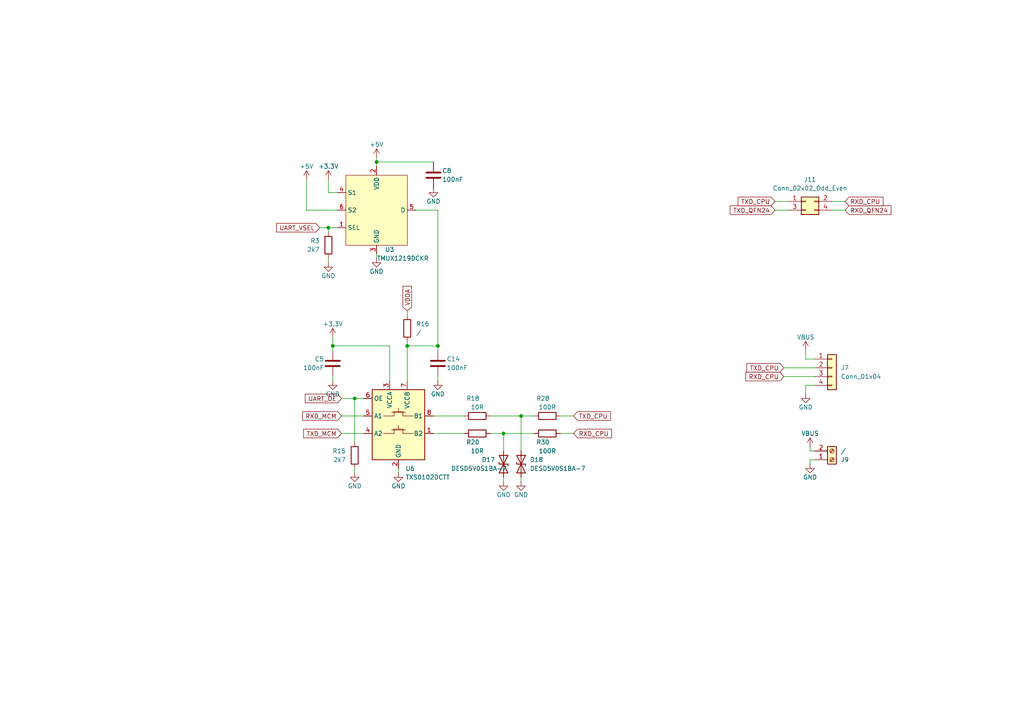
<source format=kicad_sch>
(kicad_sch (version 20250114) (generator "eeschema") (generator_version "9.0")
  (paper "A4")
  (lib_symbols
    (symbol "Connector:Screw_Terminal_01x02" (pin_names (offset 1.016) (hide yes))
      (property "Reference" "J" (at 0 2.54 0))
      (property "Value" "Screw_Terminal_01x02" (at 0 -5.08 0))
      (symbol "Screw_Terminal_01x02_1_1"
        (rectangle (start -1.27 1.27) (end 1.27 -3.81) (stroke (width 0.254)) (fill (type background)))
        (polyline (pts (xy -0.5334 0.3302) (xy 0.3302 -0.508)) (stroke (width 0.1524)))
        (polyline (pts (xy -0.5334 -2.2098) (xy 0.3302 -3.048)) (stroke (width 0.1524)))
        (polyline (pts (xy -0.3556 0.508) (xy 0.508 -0.3302)) (stroke (width 0.1524)))
        (polyline (pts (xy -0.3556 -2.032) (xy 0.508 -2.8702)) (stroke (width 0.1524)))
        (circle (center 0 0) (radius 0.635) (stroke (width 0.1524)))
        (circle (center 0 -2.54) (radius 0.635) (stroke (width 0.1524)))
        (pin passive line (at -5.08 0 0) (length 3.81) (name "Pin_1") (number "1"))
        (pin passive line (at -5.08 -2.54 0) (length 3.81) (name "Pin_2") (number "2"))
      )
    )
    (symbol "Connector_Generic:Conn_01x04" (pin_names (offset 1.016) (hide yes))
      (property "Reference" "J" (at 0 5.08 0))
      (property "Value" "Conn_01x04" (at 0 -7.62 0))
      (symbol "Conn_01x04_1_1"
        (rectangle (start -1.27 3.81) (end 1.27 -6.35) (stroke (width 0.254)) (fill (type background)))
        (rectangle (start -1.27 2.667) (end 0 2.413) (stroke (width 0.1524)))
        (rectangle (start -1.27 0.127) (end 0 -0.127) (stroke (width 0.1524)))
        (rectangle (start -1.27 -2.413) (end 0 -2.667) (stroke (width 0.1524)))
        (rectangle (start -1.27 -4.953) (end 0 -5.207) (stroke (width 0.1524)))
        (pin passive line (at -5.08 2.54 0) (length 3.81) (name "Pin_1") (number "1"))
        (pin passive line (at -5.08 0 0) (length 3.81) (name "Pin_2") (number "2"))
        (pin passive line (at -5.08 -2.54 0) (length 3.81) (name "Pin_3") (number "3"))
        (pin passive line (at -5.08 -5.08 0) (length 3.81) (name "Pin_4") (number "4"))
      )
    )
    (symbol "Connector_Generic:Conn_02x02_Odd_Even" (pin_names (offset 1.016) (hide yes))
      (property "Reference" "J" (at 1.27 2.54 0))
      (property "Value" "Conn_02x02_Odd_Even" (at 1.27 -5.08 0))
      (symbol "Conn_02x02_Odd_Even_1_1"
        (rectangle (start -1.27 1.27) (end 3.81 -3.81) (stroke (width 0.254)) (fill (type background)))
        (rectangle (start -1.27 0.127) (end 0 -0.127) (stroke (width 0.1524)))
        (rectangle (start -1.27 -2.413) (end 0 -2.667) (stroke (width 0.1524)))
        (rectangle (start 3.81 0.127) (end 2.54 -0.127) (stroke (width 0.1524)))
        (rectangle (start 3.81 -2.413) (end 2.54 -2.667) (stroke (width 0.1524)))
        (pin passive line (at -5.08 0 0) (length 3.81) (name "Pin_1") (number "1"))
        (pin passive line (at -5.08 -2.54 0) (length 3.81) (name "Pin_3") (number "3"))
        (pin passive line (at 7.62 0 180) (length 3.81) (name "Pin_2") (number "2"))
        (pin passive line (at 7.62 -2.54 180) (length 3.81) (name "Pin_4") (number "4"))
      )
    )
    (symbol "Device:C" (pin_numbers (hide yes)) (pin_names (offset 0.254))
      (property "Reference" "C" (at 0.635 2.54 0))
      (property "Value" "C" (at 0.635 -2.54 0))
      (symbol "C_0_1"
        (polyline (pts (xy -2.032 0.762) (xy 2.032 0.762)) (stroke (width 0.508)))
        (polyline (pts (xy -2.032 -0.762) (xy 2.032 -0.762)) (stroke (width 0.508)))
      )
      (symbol "C_1_1"
        (pin passive line (at 0 3.81 270) (length 2.794) (name "~") (number "1"))
        (pin passive line (at 0 -3.81 90) (length 2.794) (name "~") (number "2"))
      )
    )
    (symbol "Device:D_TVS" (pin_numbers (hide yes)) (pin_names (offset 1.016) (hide yes))
      (property "Reference" "D" (at 0 2.54 0))
      (property "Value" "D_TVS" (at 0 -2.54 0))
      (symbol "D_TVS_0_1"
        (polyline (pts (xy -2.54 1.27) (xy -2.54 -1.27) (xy 2.54 1.27) (xy 2.54 -1.27) (xy -2.54 1.27)) (stroke (width 0.254)))
        (polyline (pts (xy 0.508 1.27) (xy 0 1.27) (xy 0 -1.27) (xy -0.508 -1.27)) (stroke (width 0.254)))
        (polyline (pts (xy 1.27 0) (xy -1.27 0)))
      )
      (symbol "D_TVS_1_1"
        (pin passive line (at -3.81 0 0) (length 2.54) (name "A1") (number "1"))
        (pin passive line (at 3.81 0 180) (length 2.54) (name "A2") (number "2"))
      )
    )
    (symbol "Device:R" (pin_numbers (hide yes)) (pin_names (offset 0))
      (property "Reference" "R" (at 2.032 0 90))
      (property "Value" "R" (at 0 0 90))
      (symbol "R_0_1"
        (rectangle (start -1.016 -2.54) (end 1.016 2.54) (stroke (width 0.254)))
      )
      (symbol "R_1_1"
        (pin passive line (at 0 3.81 270) (length 1.27) (name "~") (number "1"))
        (pin passive line (at 0 -3.81 90) (length 1.27) (name "~") (number "2"))
      )
    )
    (symbol "Logic_LevelTranslator:TXS0102DCT"
      (property "Reference" "U" (at -6.35 11.43 0))
      (property "Value" "TXS0102DCT" (at 3.81 11.43 0))
      (symbol "TXS0102DCT_0_1"
        (rectangle (start -7.62 10.16) (end 7.62 -10.16) (stroke (width 0.254)) (fill (type background)))
        (polyline (pts (xy -4.318 -2.54) (xy -1.27 -2.54)))
        (polyline (pts (xy -2.032 -1.524) (xy 2.032 -1.524)))
        (polyline (pts (xy -1.524 -1.27) (xy 1.524 -1.27)))
        (polyline (pts (xy -1.27 -2.54) (xy -1.27 -1.524)))
        (polyline (pts (xy 0 -1.27) (xy 0 -0.254)))
        (polyline (pts (xy 1.27 -2.54) (xy 1.27 -1.524)))
        (polyline (pts (xy 4.318 -2.54) (xy 1.27 -2.54)))
      )
      (symbol "TXS0102DCT_1_1"
        (polyline (pts (xy -4.318 2.54) (xy -1.27 2.54)))
        (polyline (pts (xy -2.032 3.556) (xy 2.032 3.556)))
        (polyline (pts (xy -1.524 3.81) (xy 1.524 3.81)))
        (polyline (pts (xy -1.27 2.54) (xy -1.27 3.556)))
        (polyline (pts (xy 0 3.81) (xy 0 4.826)))
        (polyline (pts (xy 1.27 2.54) (xy 1.27 3.556)))
        (polyline (pts (xy 4.318 2.54) (xy 1.27 2.54)))
        (pin input line (at -10.16 7.62 0) (length 2.54) (name "OE") (number "6"))
        (pin bidirectional line (at -10.16 2.54 0) (length 2.54) (name "A1") (number "5"))
        (pin bidirectional line (at -10.16 -2.54 0) (length 2.54) (name "A2") (number "4"))
        (pin power_in line (at -2.54 12.7 270) (length 2.54) (name "VCCA") (number "3"))
        (pin power_in line (at 0 -12.7 90) (length 2.54) (name "GND") (number "2"))
        (pin power_in line (at 2.54 12.7 270) (length 2.54) (name "VCCB") (number "7"))
        (pin bidirectional line (at 10.16 2.54 180) (length 2.54) (name "B1") (number "8"))
        (pin bidirectional line (at 10.16 -2.54 180) (length 2.54) (name "B2") (number "1"))
      )
    )
    (symbol "Melexis:TMUX1219"
      (property "Reference" "U" (at 3.81 13.97 0))
      (property "Value" "TMUX1219" (at 7.62 11.43 0))
      (symbol "TMUX1219_0_1"
        (rectangle (start -8.89 10.16) (end 8.89 -10.16) (fill (type background)))
      )
      (symbol "TMUX1219_1_1"
        (pin passive line (at -11.43 5.08 0) (length 2.54) (name "S1") (number "4"))
        (pin passive line (at -11.43 0 0) (length 2.54) (name "S2") (number "6"))
        (pin input line (at -11.43 -5.08 0) (length 2.54) (name "SEL") (number "1"))
        (pin power_in line (at 0 12.7 270) (length 2.54) (name "VDD") (number "2"))
        (pin power_in line (at 0 -12.7 90) (length 2.54) (name "GND") (number "3"))
        (pin passive line (at 11.43 0 180) (length 2.54) (name "D") (number "5"))
      )
    )
    (symbol "power:+3.3V" (power) (pin_numbers (hide yes)) (pin_names (offset 0) (hide yes))
      (property "Value" "+3.3V" (at 0 3.556 0))
      (symbol "+3.3V_0_1"
        (polyline (pts (xy -0.762 1.27) (xy 0 2.54)))
        (polyline (pts (xy 0 2.54) (xy 0.762 1.27)))
        (polyline (pts (xy 0 0) (xy 0 2.54)))
      )
      (symbol "+3.3V_1_1"
        (pin power_in line (at 0 0 90) (length 0) (name "~") (number "1"))
      )
    )
    (symbol "power:+5V" (power) (pin_numbers (hide yes)) (pin_names (offset 0) (hide yes))
      (property "Value" "+5V" (at 0 3.556 0))
      (symbol "+5V_0_1"
        (polyline (pts (xy -0.762 1.27) (xy 0 2.54)))
        (polyline (pts (xy 0 2.54) (xy 0.762 1.27)))
        (polyline (pts (xy 0 0) (xy 0 2.54)))
      )
      (symbol "+5V_1_1"
        (pin power_in line (at 0 0 90) (length 0) (name "~") (number "1"))
      )
    )
    (symbol "power:GND" (power) (pin_numbers (hide yes)) (pin_names (offset 0) (hide yes))
      (property "Value" "GND" (at 0 -3.81 0))
      (symbol "GND_0_1"
        (polyline (pts (xy 0 0) (xy 0 -1.27) (xy 1.27 -1.27) (xy 0 -2.54) (xy -1.27 -1.27) (xy 0 -1.27)))
      )
      (symbol "GND_1_1"
        (pin power_in line (at 0 0 270) (length 0) (name "~") (number "1"))
      )
    )
    (symbol "power:VBUS" (power) (pin_numbers (hide yes)) (pin_names (offset 0) (hide yes))
      (property "Value" "VBUS" (at 0 3.556 0))
      (symbol "VBUS_0_1"
        (polyline (pts (xy -0.762 1.27) (xy 0 2.54)))
        (polyline (pts (xy 0 2.54) (xy 0.762 1.27)))
        (polyline (pts (xy 0 0) (xy 0 2.54)))
      )
      (symbol "VBUS_1_1"
        (pin power_in line (at 0 0 90) (length 0) (name "~") (number "1"))
      )
    )
  )
  (junction (at 151.13 120.65))
  (junction (at 127 100.33))
  (junction (at 146.05 125.73))
  (junction (at 118.11 100.33))
  (junction (at 96.52 100.33))
  (junction (at 95.25 66.04))
  (junction (at 109.22 46.99))
  (junction (at 102.87 115.57))
  (wire (pts (xy 142.24 125.73) (xy 146.05 125.73)))
  (wire (pts (xy 234.95 130.81) (xy 236.22 130.81)))
  (wire (pts (xy 118.11 100.33) (xy 127 100.33)))
  (wire (pts (xy 151.13 138.43) (xy 151.13 139.7)))
  (wire (pts (xy 102.87 135.89) (xy 102.87 137.16)))
  (wire (pts (xy 233.68 104.14) (xy 233.68 101.6)))
  (wire (pts (xy 146.05 125.73) (xy 146.05 130.81)))
  (wire (pts (xy 118.11 90.17) (xy 118.11 91.44)))
  (wire (pts (xy 234.95 133.35) (xy 234.95 134.62)))
  (wire (pts (xy 151.13 120.65) (xy 154.94 120.65)))
  (wire (pts (xy 236.22 104.14) (xy 233.68 104.14)))
  (wire (pts (xy 146.05 125.73) (xy 154.94 125.73)))
  (wire (pts (xy 99.06 115.57) (xy 102.87 115.57)))
  (wire (pts (xy 99.06 125.73) (xy 105.41 125.73)))
  (wire (pts (xy 233.68 111.76) (xy 233.68 114.3)))
  (wire (pts (xy 96.52 109.22) (xy 96.52 110.49)))
  (wire (pts (xy 88.9 52.07) (xy 88.9 60.96)))
  (wire (pts (xy 96.52 97.79) (xy 96.52 100.33)))
  (wire (pts (xy 234.95 133.35) (xy 236.22 133.35)))
  (wire (pts (xy 102.87 115.57) (xy 102.87 128.27)))
  (wire (pts (xy 125.73 120.65) (xy 134.62 120.65)))
  (wire (pts (xy 102.87 115.57) (xy 105.41 115.57)))
  (wire (pts (xy 162.56 120.65) (xy 166.37 120.65)))
  (wire (pts (xy 127 100.33) (xy 127 101.6)))
  (wire (pts (xy 142.24 120.65) (xy 151.13 120.65)))
  (wire (pts (xy 88.9 60.96) (xy 97.79 60.96)))
  (wire (pts (xy 109.22 46.99) (xy 125.73 46.99)))
  (wire (pts (xy 92.71 66.04) (xy 95.25 66.04)))
  (wire (pts (xy 96.52 100.33) (xy 113.03 100.33)))
  (wire (pts (xy 233.68 111.76) (xy 236.22 111.76)))
  (wire (pts (xy 109.22 45.72) (xy 109.22 46.99)))
  (wire (pts (xy 227.33 106.68) (xy 236.22 106.68)))
  (wire (pts (xy 162.56 125.73) (xy 166.37 125.73)))
  (wire (pts (xy 113.03 100.33) (xy 113.03 110.49)))
  (wire (pts (xy 115.57 135.89) (xy 115.57 137.16)))
  (wire (pts (xy 241.3 60.96) (xy 245.11 60.96)))
  (wire (pts (xy 95.25 66.04) (xy 97.79 66.04)))
  (wire (pts (xy 151.13 120.65) (xy 151.13 130.81)))
  (wire (pts (xy 127 109.22) (xy 127 110.49)))
  (wire (pts (xy 95.25 74.93) (xy 95.25 76.2)))
  (wire (pts (xy 127 60.96) (xy 127 100.33)))
  (wire (pts (xy 234.95 130.81) (xy 234.95 129.54)))
  (wire (pts (xy 118.11 99.06) (xy 118.11 100.33)))
  (wire (pts (xy 146.05 138.43) (xy 146.05 139.7)))
  (wire (pts (xy 120.65 60.96) (xy 127 60.96)))
  (wire (pts (xy 96.52 100.33) (xy 96.52 101.6)))
  (wire (pts (xy 125.73 125.73) (xy 134.62 125.73)))
  (wire (pts (xy 224.79 58.42) (xy 228.6 58.42)))
  (wire (pts (xy 118.11 100.33) (xy 118.11 110.49)))
  (wire (pts (xy 227.33 109.22) (xy 236.22 109.22)))
  (wire (pts (xy 109.22 73.66) (xy 109.22 74.93)))
  (wire (pts (xy 109.22 46.99) (xy 109.22 48.26)))
  (wire (pts (xy 99.06 120.65) (xy 105.41 120.65)))
  (wire (pts (xy 95.25 55.88) (xy 97.79 55.88)))
  (wire (pts (xy 95.25 52.07) (xy 95.25 55.88)))
  (wire (pts (xy 95.25 66.04) (xy 95.25 67.31)))
  (wire (pts (xy 241.3 58.42) (xy 245.11 58.42)))
  (wire (pts (xy 224.79 60.96) (xy 228.6 60.96)))
  (global_label "UART_OE" (shape input) (at 99.06 115.57 180) (property "Intersheetrefs" "${INTERSHEET_REFS}" (effects (hide yes))))
  (global_label "TXD_CPU" (shape input) (at 227.33 106.68 180) (property "Intersheetrefs" "${INTERSHEET_REFS}" (effects (hide yes))))
  (global_label "VDDA" (shape input) (at 118.11 90.17 90) (property "Intersheetrefs" "${INTERSHEET_REFS}" (effects (hide yes))))
  (global_label "RXD_CPU" (shape input) (at 166.37 125.73 0) (property "Intersheetrefs" "${INTERSHEET_REFS}" (effects (hide yes))))
  (global_label "RXD_QFN24" (shape input) (at 245.11 60.96 0) (property "Intersheetrefs" "${INTERSHEET_REFS}" (effects (hide yes))))
  (global_label "UART_VSEL" (shape input) (at 92.71 66.04 180) (property "Intersheetrefs" "${INTERSHEET_REFS}" (effects (hide yes))))
  (global_label "TXD_CPU" (shape input) (at 166.37 120.65 0) (property "Intersheetrefs" "${INTERSHEET_REFS}" (effects (hide yes))))
  (global_label "RXD_CPU" (shape input) (at 227.33 109.22 180) (property "Intersheetrefs" "${INTERSHEET_REFS}" (effects (hide yes))))
  (global_label "TXD_QFN24" (shape input) (at 224.79 60.96 180) (property "Intersheetrefs" "${INTERSHEET_REFS}" (effects (hide yes))))
  (global_label "RXD_CPU" (shape input) (at 245.11 58.42 0) (property "Intersheetrefs" "${INTERSHEET_REFS}" (effects (hide yes))))
  (global_label "RXD_MCM" (shape input) (at 99.06 120.65 180) (property "Intersheetrefs" "${INTERSHEET_REFS}" (effects (hide yes))))
  (global_label "TXD_CPU" (shape input) (at 224.79 58.42 180) (property "Intersheetrefs" "${INTERSHEET_REFS}" (effects (hide yes))))
  (global_label "TXD_MCM" (shape input) (at 99.06 125.73 180) (property "Intersheetrefs" "${INTERSHEET_REFS}" (effects (hide yes))))
  (symbol (lib_id "Device:R") (at 138.43 120.65 270) (unit 1)
    (property "Reference" "R18" (at 137.16 115.57 90))
    (property "Value" "10R" (at 138.43 118.11 90))
    (property "Footprint" "Resistor_SMD:R_0402_1005Metric" (effects (hide yes)))
    (property "Description" "RES SMD 10 OHM 1% 1/10W 0402" (effects (hide yes)))
  )
  (symbol (lib_id "power:GND") (at 96.52 110.49 0) (unit 1)
    (property "Reference" "#PWR010" (effects (hide yes)))
    (property "Value" "GND" (at 96.52 114.3 0))
    (property "Description" "Power symbol creates a global label with name \"GND\" , ground" (effects (hide yes)))
  )
  (symbol (lib_id "Device:R") (at 95.25 71.12 0) (mirror x) (unit 1)
    (property "Reference" "R3" (at 92.71 69.8499 0) (effects (justify right)))
    (property "Value" "2k7" (at 92.71 72.3899 0) (effects (justify right)))
    (property "Footprint" "Resistor_SMD:R_0402_1005Metric" (effects (hide yes)))
    (property "Description" "RES 2.7K OHM 1% 1/16W 0402" (effects (hide yes)))
  )
  (symbol (lib_id "power:VBUS") (at 233.68 101.6 0) (unit 1)
    (property "Reference" "#PWR032" (effects (hide yes)))
    (property "Value" "VBUS" (at 233.68 97.79 0))
    (property "Description" "Power symbol creates a global label with name \"VBUS\"" (effects (hide yes)))
  )
  (symbol (lib_id "power:+3.3V") (at 96.52 97.79 0) (mirror y) (unit 1)
    (property "Reference" "#PWR09" (effects (hide yes)))
    (property "Value" "+3.3V" (at 96.52 93.98 0))
    (property "Description" "Power symbol creates a global label with name \"+3.3V\"" (effects (hide yes)))
  )
  (symbol (lib_id "power:GND") (at 146.05 139.7 0) (unit 1)
    (property "Reference" "#PWR017" (effects (hide yes)))
    (property "Value" "GND" (at 146.05 143.51 0))
    (property "Description" "Power symbol creates a global label with name \"GND\" , ground" (effects (hide yes)))
  )
  (symbol (lib_id "Device:C") (at 127 105.41 0) (unit 1)
    (property "Reference" "C14" (at 129.54 104.14 0) (effects (justify left)))
    (property "Value" "100nF" (at 129.54 106.68 0) (effects (justify left)))
    (property "Footprint" "Capacitor_SMD:C_0402_1005Metric" (effects (hide yes)))
    (property "Description" "CAP CER 0.1UF 25V X7R 0402" (effects (hide yes)))
  )
  (symbol (lib_id "power:GND") (at 102.87 137.16 0) (unit 1)
    (property "Reference" "#PWR011" (effects (hide yes)))
    (property "Value" "GND" (at 102.87 140.97 0))
    (property "Description" "Power symbol creates a global label with name \"GND\" , ground" (effects (hide yes)))
  )
  (symbol (lib_id "power:GND") (at 125.73 54.61 0) (unit 1)
    (property "Reference" "#PWR015" (effects (hide yes)))
    (property "Value" "GND" (at 125.73 58.42 0))
    (property "Description" "Power symbol creates a global label with name \"GND\" , ground" (effects (hide yes)))
  )
  (symbol (lib_id "Device:R") (at 158.75 125.73 270) (unit 1)
    (property "Reference" "R30" (at 157.48 128.27 90))
    (property "Value" "100R" (at 158.75 130.81 90))
    (property "Footprint" "Resistor_SMD:R_0603_1608Metric" (effects (hide yes)))
    (property "Description" "RES SMD 100 OHM 5% 1/10W 0603" (effects (hide yes)))
  )
  (symbol (lib_id "Connector_Generic:Conn_01x04") (at 241.3 106.68 0) (unit 1)
    (property "Reference" "J7" (at 243.84 106.6799 0) (effects (justify left)))
    (property "Value" "Conn_01x04" (at 243.84 109.2199 0) (effects (justify left)))
    (property "Footprint" "Connector_PinHeader_2.54mm:PinHeader_1x04_P2.54mm_Vertical" (effects (hide yes)))
    (property "Description" "CONN HEADER VERT 4POS 2.54MM" (effects (hide yes)))
  )
  (symbol (lib_id "Device:D_TVS") (at 146.05 134.62 270) (unit 1)
    (property "Reference" "D17" (at 139.7 133.35 90) (effects (justify left)))
    (property "Value" "DESD5V0S1BA-7" (at 130.81 135.89 90) (effects (justify left)))
    (property "Footprint" "Diode_SMD:D_SOD-323" (effects (hide yes)))
    (property "Description" "DESD5V0S1BA-7" (effects (hide yes)))
  )
  (symbol (lib_id "Device:R") (at 158.75 120.65 270) (unit 1)
    (property "Reference" "R28" (at 157.48 115.57 90))
    (property "Value" "100R" (at 158.75 118.11 90))
    (property "Footprint" "Resistor_SMD:R_0603_1608Metric" (effects (hide yes)))
    (property "Description" "RES SMD 100 OHM 5% 1/10W 0603" (effects (hide yes)))
  )
  (symbol (lib_id "power:GND") (at 115.57 137.16 0) (unit 1)
    (property "Reference" "#PWR014" (effects (hide yes)))
    (property "Value" "GND" (at 115.57 140.97 0))
    (property "Description" "Power symbol creates a global label with name \"GND\" , ground" (effects (hide yes)))
  )
  (symbol (lib_id "Device:R") (at 118.11 95.25 180) (unit 1)
    (property "Reference" "R16" (at 120.65 93.9799 0) (effects (justify right)))
    (property "Value" "/" (at 120.65 96.5199 0) (effects (justify right)))
    (property "Footprint" "Resistor_SMD:R_0603_1608Metric" (effects (hide yes)))
    (property "Description" "Resistor" (effects (hide yes)))
  )
  (symbol (lib_id "Melexis:TMUX1219") (at 109.22 60.96 0) (unit 1)
    (property "Reference" "U3" (at 113.03 72.39 0))
    (property "Value" "TMUX1219DCKR" (at 116.84 74.93 0))
    (property "Footprint" "Package_TO_SOT_SMD:SOT-363_SC-70-6" (effects (hide yes)))
    (property "Description" "TMUX1219DCKR" (effects (hide yes)))
  )
  (symbol (lib_id "Device:C") (at 96.52 105.41 0) (mirror y) (unit 1)
    (property "Reference" "C5" (at 93.98 104.14 0) (effects (justify left)))
    (property "Value" "100nF" (at 93.98 106.68 0) (effects (justify left)))
    (property "Footprint" "Capacitor_SMD:C_0402_1005Metric" (effects (hide yes)))
    (property "Description" "CAP CER 0.1UF 25V X7R 0402" (effects (hide yes)))
  )
  (symbol (lib_id "power:GND") (at 109.22 74.93 0) (unit 1)
    (property "Reference" "#PWR013" (effects (hide yes)))
    (property "Value" "GND" (at 109.22 78.74 0))
    (property "Description" "Power symbol creates a global label with name \"GND\" , ground" (effects (hide yes)))
  )
  (symbol (lib_id "Device:C") (at 125.73 50.8 0) (unit 1)
    (property "Reference" "C8" (at 128.27 49.53 0) (effects (justify left)))
    (property "Value" "100nF" (at 128.27 52.07 0) (effects (justify left)))
    (property "Footprint" "Capacitor_SMD:C_0402_1005Metric" (effects (hide yes)))
    (property "Description" "CAP CER 0.1UF 25V X7R 0402" (effects (hide yes)))
  )
  (symbol (lib_id "power:VBUS") (at 234.95 129.54 0) (unit 1)
    (property "Reference" "#PWR04" (effects (hide yes)))
    (property "Value" "VBUS" (at 234.95 125.73 0))
    (property "Description" "Power symbol creates a global label with name \"VBUS\"" (effects (hide yes)))
  )
  (symbol (lib_id "power:+5V") (at 109.22 45.72 0) (mirror y) (unit 1)
    (property "Reference" "#PWR012" (effects (hide yes)))
    (property "Value" "+5V" (at 109.22 41.91 0))
    (property "Description" "Power symbol creates a global label with name \"+5V\"" (effects (hide yes)))
  )
  (symbol (lib_id "power:GND") (at 127 110.49 0) (unit 1)
    (property "Reference" "#PWR016" (effects (hide yes)))
    (property "Value" "GND" (at 127 114.3 0))
    (property "Description" "Power symbol creates a global label with name \"GND\" , ground" (effects (hide yes)))
  )
  (symbol (lib_id "Connector_Generic:Conn_02x02_Odd_Even") (at 233.68 58.42 0) (unit 1)
    (property "Reference" "J11" (at 234.95 52.07 0))
    (property "Value" "Conn_02x02_Odd_Even" (at 234.95 54.61 0))
    (property "Footprint" "Connector_PinHeader_2.54mm:PinHeader_2x02_P2.54mm_Vertical" (effects (hide yes)))
    (property "Description" "Generic connector, double row, 02x02, odd/even pin numbering scheme (row 1 odd numbers, row 2 even numbers), script generated (kicad-library-utils/schlib/autogen/connector/)" (effects (hide yes)))
  )
  (symbol (lib_id "power:+3.3V") (at 95.25 52.07 0) (mirror y) (unit 1)
    (property "Reference" "#PWR03" (effects (hide yes)))
    (property "Value" "+3.3V" (at 95.25 48.26 0))
    (property "Description" "Power symbol creates a global label with name \"+3.3V\"" (effects (hide yes)))
  )
  (symbol (lib_id "power:+5V") (at 88.9 52.07 0) (mirror y) (unit 1)
    (property "Reference" "#PWR02" (effects (hide yes)))
    (property "Value" "+5V" (at 88.9 48.26 0))
    (property "Description" "Power symbol creates a global label with name \"+5V\"" (effects (hide yes)))
  )
  (symbol (lib_id "Device:R") (at 102.87 132.08 0) (mirror x) (unit 1)
    (property "Reference" "R15" (at 100.33 130.8099 0) (effects (justify right)))
    (property "Value" "2k7" (at 100.33 133.3499 0) (effects (justify right)))
    (property "Footprint" "Resistor_SMD:R_0402_1005Metric" (effects (hide yes)))
    (property "Description" "RES 2.7K OHM 1% 1/16W 0402" (effects (hide yes)))
  )
  (symbol (lib_id "Device:R") (at 138.43 125.73 270) (unit 1)
    (property "Reference" "R20" (at 137.16 128.27 90))
    (property "Value" "10R" (at 138.43 130.81 90))
    (property "Footprint" "Resistor_SMD:R_0402_1005Metric" (effects (hide yes)))
    (property "Description" "RES SMD 10 OHM 1% 1/10W 0402" (effects (hide yes)))
  )
  (symbol (lib_id "Device:D_TVS") (at 151.13 134.62 270) (unit 1)
    (property "Reference" "D18" (at 153.67 133.35 90) (effects (justify left)))
    (property "Value" "DESD5V0S1BA-7" (at 153.67 135.89 90) (effects (justify left)))
    (property "Footprint" "Diode_SMD:D_SOD-323" (effects (hide yes)))
    (property "Description" "DESD5V0S1BA-7" (effects (hide yes)))
  )
  (symbol (lib_id "power:GND") (at 151.13 139.7 0) (unit 1)
    (property "Reference" "#PWR018" (effects (hide yes)))
    (property "Value" "GND" (at 151.13 143.51 0))
    (property "Description" "Power symbol creates a global label with name \"GND\" , ground" (effects (hide yes)))
  )
  (symbol (lib_id "power:GND") (at 234.95 134.62 0) (mirror y) (unit 1)
    (property "Reference" "#PWR047" (effects (hide yes)))
    (property "Value" "GND" (at 234.95 138.43 0))
    (property "Description" "Power symbol creates a global label with name \"GND\" , ground" (effects (hide yes)))
  )
  (symbol (lib_id "Logic_LevelTranslator:TXS0102DCT") (at 115.57 123.19 0) (unit 1)
    (property "Reference" "U6" (at 117.5894 135.89 0) (effects (justify left)))
    (property "Value" "TXS0102DCTT" (at 117.5894 138.43 0) (effects (justify left)))
    (property "Footprint" "Package_SO:SSOP-8_2.95x2.8mm_P0.65mm" (effects (hide yes)))
    (property "Datasheet" "http://www.ti.com/lit/gpn/txs0102" (effects (hide yes)))
    (property "Description" "TXS0102DCTT" (effects (hide yes)))
  )
  (symbol (lib_id "Connector:Screw_Terminal_01x02") (at 241.3 133.35 0) (mirror x) (unit 1)
    (property "Reference" "J9" (at 243.84 133.3501 0) (effects (justify left)))
    (property "Value" "/" (at 243.84 130.8101 0) (effects (justify left)))
    (property "Footprint" "TerminalBlock_Phoenix:TerminalBlock_Phoenix_MKDS-1,5-2-5.08_1x02_P5.08mm_Horizontal" (effects (hide yes)))
    (property "Description" "Generic screw terminal, single row, 01x02, script generated (kicad-library-utils/schlib/autogen/connector/)" (effects (hide yes)))
  )
  (symbol (lib_id "power:GND") (at 233.68 114.3 0) (mirror y) (unit 1)
    (property "Reference" "#PWR033" (effects (hide yes)))
    (property "Value" "GND" (at 233.68 118.11 0))
    (property "Description" "Power symbol creates a global label with name \"GND\" , ground" (effects (hide yes)))
  )
  (symbol (lib_id "power:GND") (at 95.25 76.2 0) (unit 1)
    (property "Reference" "#PWR08" (effects (hide yes)))
    (property "Value" "GND" (at 95.25 80.01 0))
    (property "Description" "Power symbol creates a global label with name \"GND\" , ground" (effects (hide yes)))
  )
)
</source>
